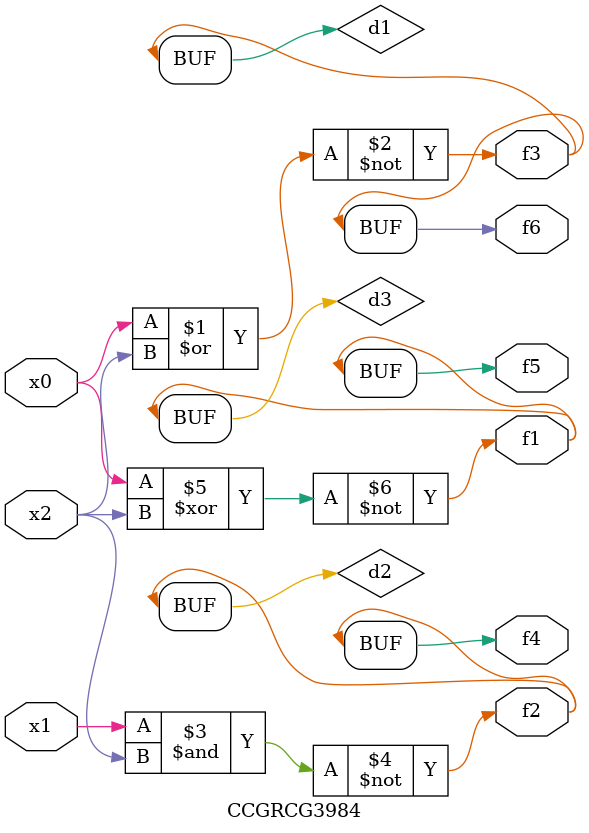
<source format=v>
module CCGRCG3984(
	input x0, x1, x2,
	output f1, f2, f3, f4, f5, f6
);

	wire d1, d2, d3;

	nor (d1, x0, x2);
	nand (d2, x1, x2);
	xnor (d3, x0, x2);
	assign f1 = d3;
	assign f2 = d2;
	assign f3 = d1;
	assign f4 = d2;
	assign f5 = d3;
	assign f6 = d1;
endmodule

</source>
